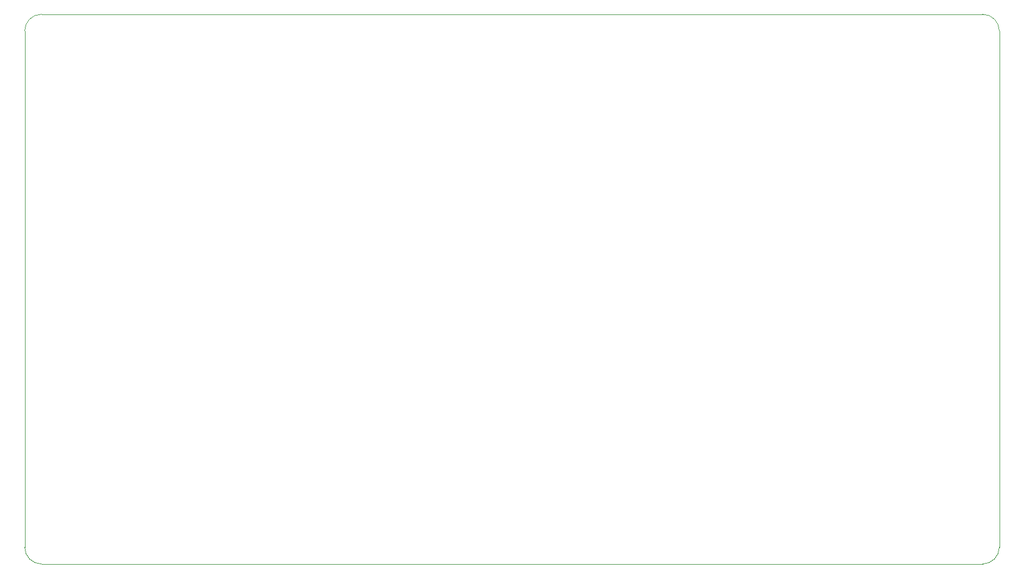
<source format=gm1>
%TF.GenerationSoftware,KiCad,Pcbnew,8.0.2*%
%TF.CreationDate,2024-05-19T17:08:05+01:00*%
%TF.ProjectId,New BSPD,4e657720-4253-4504-942e-6b696361645f,rev?*%
%TF.SameCoordinates,Original*%
%TF.FileFunction,Profile,NP*%
%FSLAX46Y46*%
G04 Gerber Fmt 4.6, Leading zero omitted, Abs format (unit mm)*
G04 Created by KiCad (PCBNEW 8.0.2) date 2024-05-19 17:08:05*
%MOMM*%
%LPD*%
G01*
G04 APERTURE LIST*
%TA.AperFunction,Profile*%
%ADD10C,0.100000*%
%TD*%
G04 APERTURE END LIST*
D10*
X54610000Y-106680000D02*
G75*
G02*
X52070000Y-104140000I0J2540000D01*
G01*
X54610000Y-22860000D02*
X198120000Y-22860000D01*
X198120000Y-22860000D02*
G75*
G02*
X200660000Y-25400000I0J-2540000D01*
G01*
X52070000Y-25400000D02*
G75*
G02*
X54610000Y-22860000I2540000J0D01*
G01*
X200660000Y-104140000D02*
G75*
G02*
X198120000Y-106680000I-2540000J0D01*
G01*
X52070000Y-104140000D02*
X52070000Y-25400000D01*
X200660000Y-25400000D02*
X200660000Y-104140000D01*
X198120000Y-106680000D02*
X54610000Y-106680000D01*
M02*

</source>
